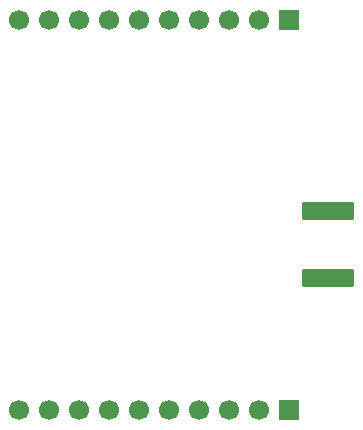
<source format=gbs>
%TF.GenerationSoftware,KiCad,Pcbnew,9.0.4*%
%TF.CreationDate,2025-11-06T05:05:04+09:00*%
%TF.ProjectId,GPS_FrontEnd,4750535f-4672-46f6-9e74-456e642e6b69,Rev.1.1*%
%TF.SameCoordinates,Original*%
%TF.FileFunction,Soldermask,Bot*%
%TF.FilePolarity,Negative*%
%FSLAX46Y46*%
G04 Gerber Fmt 4.6, Leading zero omitted, Abs format (unit mm)*
G04 Created by KiCad (PCBNEW 9.0.4) date 2025-11-06 05:05:04*
%MOMM*%
%LPD*%
G01*
G04 APERTURE LIST*
G04 Aperture macros list*
%AMRoundRect*
0 Rectangle with rounded corners*
0 $1 Rounding radius*
0 $2 $3 $4 $5 $6 $7 $8 $9 X,Y pos of 4 corners*
0 Add a 4 corners polygon primitive as box body*
4,1,4,$2,$3,$4,$5,$6,$7,$8,$9,$2,$3,0*
0 Add four circle primitives for the rounded corners*
1,1,$1+$1,$2,$3*
1,1,$1+$1,$4,$5*
1,1,$1+$1,$6,$7*
1,1,$1+$1,$8,$9*
0 Add four rect primitives between the rounded corners*
20,1,$1+$1,$2,$3,$4,$5,0*
20,1,$1+$1,$4,$5,$6,$7,0*
20,1,$1+$1,$6,$7,$8,$9,0*
20,1,$1+$1,$8,$9,$2,$3,0*%
G04 Aperture macros list end*
%ADD10R,1.700000X1.700000*%
%ADD11C,1.700000*%
%ADD12RoundRect,0.102000X2.100000X-0.675000X2.100000X0.675000X-2.100000X0.675000X-2.100000X-0.675000X0*%
G04 APERTURE END LIST*
D10*
%TO.C,J2*%
X154360000Y-81500000D03*
D11*
X151820000Y-81500000D03*
X149280000Y-81500000D03*
X146740000Y-81500000D03*
X144200000Y-81500000D03*
X141660000Y-81500000D03*
X139120000Y-81500000D03*
X136580000Y-81500000D03*
X134040000Y-81500000D03*
X131500000Y-81500000D03*
%TD*%
D10*
%TO.C,J3*%
X154360000Y-114500000D03*
D11*
X151820000Y-114500000D03*
X149280000Y-114500000D03*
X146740000Y-114500000D03*
X144200000Y-114500000D03*
X141660000Y-114500000D03*
X139120000Y-114500000D03*
X136580000Y-114500000D03*
X134040000Y-114500000D03*
X131500000Y-114500000D03*
%TD*%
D12*
%TO.C,J1*%
X157722500Y-103325000D03*
X157722500Y-97675000D03*
%TD*%
M02*

</source>
